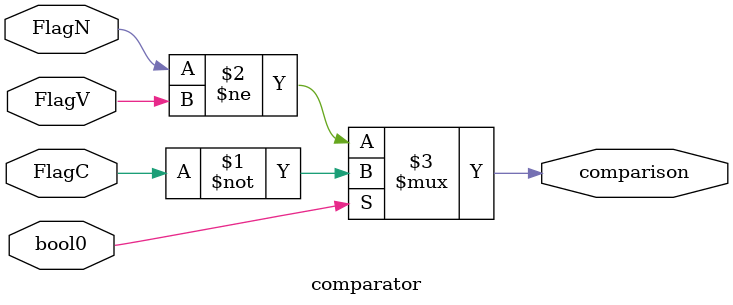
<source format=sv>
`timescale 1ns / 1ps
`default_nettype none

module comparator(
    input wire FlagN, FlagV, FlagC, bool0,
    output wire comparison
    );
    
    assign comparison = bool0 ? ~FlagC : FlagN != FlagV;
endmodule

</source>
